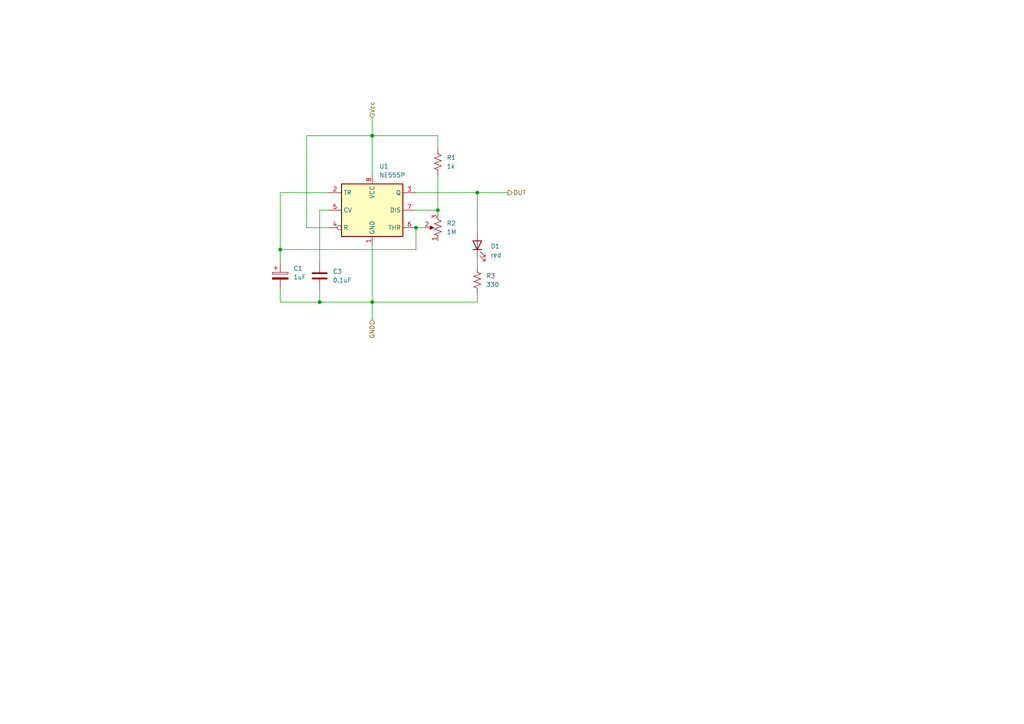
<source format=kicad_sch>
(kicad_sch (version 20230121) (generator eeschema)
  (paper "A4")
  (title_block (title "Continuous clock pulse generation") (date "2023-01-29") (rev "0"))
  (lib_symbols
    (symbol "Device:C" (pin_numbers hide) (pin_names (offset 0.254))
      (property "Reference" "C" (at 0.635 2.54 0))
      (property "Value" "C" (at 0.635 -2.54 0))
      (symbol "C_0_1"
        (polyline (pts (xy -2.032 -0.762) (xy 2.032 -0.762)) (stroke (width 0.508)))
        (polyline (pts (xy -2.032 0.762) (xy 2.032 0.762)) (stroke (width 0.508)))
      )
      (symbol "C_1_1"
        (pin passive line (at 0 3.81 270) (length 2.794) (name "~") (number "1"))
        (pin passive line (at 0 -3.81 90) (length 2.794) (name "~") (number "2"))
      )
    )
    (symbol "Device:C_Polarized" (pin_numbers hide) (pin_names (offset 0.254))
      (property "Reference" "C" (at 0.635 2.54 0))
      (property "Value" "C_Polarized" (at 0.635 -2.54 0))
      (symbol "C_Polarized_0_1"
        (rectangle (start -2.286 0.508) (end 2.286 1.016))
        (polyline (pts (xy -1.778 2.286) (xy -0.762 2.286)))
        (polyline (pts (xy -1.27 2.794) (xy -1.27 1.778)))
        (rectangle (start 2.286 -0.508) (end -2.286 -1.016) (fill (type outline)))
      )
      (symbol "C_Polarized_1_1"
        (pin passive line (at 0 3.81 270) (length 2.794) (name "~") (number "1"))
        (pin passive line (at 0 -3.81 90) (length 2.794) (name "~") (number "2"))
      )
    )
    (symbol "Device:LED" (pin_numbers hide) (pin_names (offset 1.016) hide)
      (property "Reference" "D" (at 0 2.54 0))
      (property "Value" "LED" (at 0 -2.54 0))
      (symbol "LED_0_1"
        (polyline (pts (xy -1.27 -1.27) (xy -1.27 1.27)) (stroke (width 0.254)))
        (polyline (pts (xy -1.27 0) (xy 1.27 0)))
        (polyline (pts (xy 1.27 -1.27) (xy 1.27 1.27) (xy -1.27 0) (xy 1.27 -1.27)) (stroke (width 0.254)))
        (polyline (pts (xy -3.048 -0.762) (xy -4.572 -2.286) (xy -3.81 -2.286) (xy -4.572 -2.286) (xy -4.572 -1.524)))
        (polyline (pts (xy -1.778 -0.762) (xy -3.302 -2.286) (xy -2.54 -2.286) (xy -3.302 -2.286) (xy -3.302 -1.524)))
      )
      (symbol "LED_1_1"
        (pin passive line (at -3.81 0 0) (length 2.54) (name "K") (number "1"))
        (pin passive line (at 3.81 0 180) (length 2.54) (name "A") (number "2"))
      )
    )
    (symbol "Device:R_Potentiometer_US" (pin_names (offset 1.016) hide)
      (property "Reference" "RV" (at -4.445 0 90))
      (property "Value" "R_Potentiometer_US" (at -2.54 0 90))
      (symbol "R_Potentiometer_US_0_1"
        (polyline (pts (xy 0 -2.286) (xy 0 -2.54)))
        (polyline (pts (xy 0 2.54) (xy 0 2.286)))
        (polyline (pts (xy 2.54 0) (xy 1.524 0)))
        (polyline (pts (xy 1.143 0) (xy 2.286 0.508) (xy 2.286 -0.508) (xy 1.143 0)) (fill (type outline)))
        (polyline (pts (xy 0 -0.762) (xy 1.016 -1.143) (xy 0 -1.524) (xy -1.016 -1.905) (xy 0 -2.286)))
        (polyline (pts (xy 0 0.762) (xy 1.016 0.381) (xy 0 0) (xy -1.016 -0.381) (xy 0 -0.762)))
        (polyline (pts (xy 0 2.286) (xy 1.016 1.905) (xy 0 1.524) (xy -1.016 1.143) (xy 0 0.762)))
      )
      (symbol "R_Potentiometer_US_1_1"
        (pin passive line (at 0 3.81 270) (length 1.27) (name "1") (number "1"))
        (pin passive line (at 3.81 0 180) (length 1.27) (name "2") (number "2"))
        (pin passive line (at 0 -3.81 90) (length 1.27) (name "3") (number "3"))
      )
    )
    (symbol "Device:R_US" (pin_numbers hide) (pin_names (offset 0))
      (property "Reference" "R" (at 2.54 0 90))
      (property "Value" "R_US" (at -2.54 0 90))
      (symbol "R_US_0_1"
        (polyline (pts (xy 0 -2.286) (xy 0 -2.54)))
        (polyline (pts (xy 0 2.286) (xy 0 2.54)))
        (polyline (pts (xy 0 -0.762) (xy 1.016 -1.143) (xy 0 -1.524) (xy -1.016 -1.905) (xy 0 -2.286)))
        (polyline (pts (xy 0 0.762) (xy 1.016 0.381) (xy 0 0) (xy -1.016 -0.381) (xy 0 -0.762)))
        (polyline (pts (xy 0 2.286) (xy 1.016 1.905) (xy 0 1.524) (xy -1.016 1.143) (xy 0 0.762)))
      )
      (symbol "R_US_1_1"
        (pin passive line (at 0 3.81 270) (length 1.27) (name "~") (number "1"))
        (pin passive line (at 0 -3.81 90) (length 1.27) (name "~") (number "2"))
      )
    )
    (symbol "Timer:NE555P"
      (property "Reference" "U" (at -10.16 8.89 0))
      (property "Value" "NE555P" (at 2.54 8.89 0))
      (symbol "NE555P_0_0"
        (pin power_in line (at 0 -10.16 90) (length 2.54) (name "GND") (number "1"))
        (pin power_in line (at 0 10.16 270) (length 2.54) (name "VCC") (number "8"))
      )
      (symbol "NE555P_0_1"
        (rectangle (start -8.89 -7.62) (end 8.89 7.62) (stroke (width 0.254)) (fill (type background)))
        (rectangle (start -8.89 -7.62) (end 8.89 7.62) (stroke (width 0.254)) (fill (type background)))
      )
      (symbol "NE555P_1_1"
        (pin input line (at -12.7 5.08 0) (length 3.81) (name "TR") (number "2"))
        (pin output line (at 12.7 5.08 180) (length 3.81) (name "Q") (number "3"))
        (pin input inverted (at -12.7 -5.08 0) (length 3.81) (name "R") (number "4"))
        (pin input line (at -12.7 0 0) (length 3.81) (name "CV") (number "5"))
        (pin input line (at 12.7 -5.08 180) (length 3.81) (name "THR") (number "6"))
        (pin input line (at 12.7 0 180) (length 3.81) (name "DIS") (number "7"))
      )
    )
  )
  (junction (at 120.65 66.04))
  (junction (at 127 60.96))
  (junction (at 81.28 72.39))
  (junction (at 138.43 55.88))
  (junction (at 107.95 39.37))
  (junction (at 107.95 87.63))
  (junction (at 92.71 87.63))
  (wire (pts (xy 120.65 66.04) (xy 123.19 66.04)))
  (wire (pts (xy 107.95 39.37) (xy 107.95 50.8)))
  (wire (pts (xy 120.65 72.39) (xy 81.28 72.39)))
  (wire (pts (xy 92.71 60.96) (xy 92.71 76.2)))
  (wire (pts (xy 107.95 71.12) (xy 107.95 87.63)))
  (wire (pts (xy 138.43 55.88) (xy 147.32 55.88)))
  (wire (pts (xy 81.28 55.88) (xy 81.28 72.39)))
  (wire (pts (xy 120.65 55.88) (xy 138.43 55.88)))
  (wire (pts (xy 127 60.96) (xy 127 62.23)))
  (wire (pts (xy 127 39.37) (xy 107.95 39.37)))
  (wire (pts (xy 81.28 87.63) (xy 92.71 87.63)))
  (wire (pts (xy 107.95 87.63) (xy 138.43 87.63)))
  (wire (pts (xy 92.71 87.63) (xy 107.95 87.63)))
  (wire (pts (xy 88.9 39.37) (xy 107.95 39.37)))
  (wire (pts (xy 81.28 72.39) (xy 81.28 76.2)))
  (wire (pts (xy 95.25 60.96) (xy 92.71 60.96)))
  (wire (pts (xy 138.43 55.88) (xy 138.43 67.31)))
  (wire (pts (xy 120.65 60.96) (xy 127 60.96)))
  (wire (pts (xy 127 50.8) (xy 127 60.96)))
  (wire (pts (xy 120.65 66.04) (xy 120.65 72.39)))
  (wire (pts (xy 127 39.37) (xy 127 43.18)))
  (wire (pts (xy 95.25 66.04) (xy 88.9 66.04)))
  (wire (pts (xy 81.28 83.82) (xy 81.28 87.63)))
  (wire (pts (xy 138.43 74.93) (xy 138.43 77.47)))
  (wire (pts (xy 88.9 66.04) (xy 88.9 39.37)))
  (wire (pts (xy 138.43 85.09) (xy 138.43 87.63)))
  (wire (pts (xy 95.25 55.88) (xy 81.28 55.88)))
  (wire (pts (xy 107.95 34.29) (xy 107.95 39.37)))
  (wire (pts (xy 92.71 83.82) (xy 92.71 87.63)))
  (wire (pts (xy 107.95 87.63) (xy 107.95 92.71)))
  (hierarchical_label "Vcc" (shape input) (at 107.95 34.29 90))
  (hierarchical_label "OUT" (shape output) (at 147.32 55.88 0))
  (hierarchical_label "GND" (shape input) (at 107.95 92.71 270))
  (symbol (lib_id "Timer:NE555P") (at 107.95 60.96 0) (unit 1)
    (property "Reference" "U1" (at 109.9694 48.26 0) (effects (justify left)))
    (property "Value" "NE555P" (at 109.9694 50.8 0) (effects (justify left)))
    (property "Footprint" "Package_DIP:DIP-8_W7.62mm" (effects hide))
    (property "Datasheet" "http://www.ti.com/lit/ds/symlink/ne555.pdf" (effects hide))
  )
  (symbol (lib_id "Device:R_Potentiometer_US") (at 127 66.04 180) (unit 1)
    (property "Reference" "R2" (at 129.54 64.7699 0) (effects (justify right)))
    (property "Value" "1M" (at 129.54 67.3099 0) (effects (justify right)))
  )
  (symbol (lib_id "Device:R_US") (at 138.43 81.28 0) (unit 1)
    (property "Reference" "R3" (at 140.97 80.0099 0) (effects (justify left)))
    (property "Value" "330" (at 140.97 82.5499 0) (effects (justify left)))
  )
  (symbol (lib_id "Device:C") (at 92.71 80.01 180) (unit 1)
    (property "Reference" "C3" (at 96.52 78.7399 0) (effects (justify right)))
    (property "Value" "0.1uF" (at 96.52 81.2799 0) (effects (justify right)))
  )
  (symbol (lib_id "Device:C_Polarized") (at 81.28 80.01 0) (unit 1)
    (property "Reference" "C1" (at 85.09 77.8509 0) (effects (justify left)))
    (property "Value" "1uF" (at 85.09 80.3909 0) (effects (justify left)))
  )
  (symbol (lib_id "Device:LED") (at 138.43 71.12 90) (unit 1)
    (property "Reference" "D1" (at 142.24 71.4374 90) (effects (justify right)))
    (property "Value" "red" (at 142.24 73.9774 90) (effects (justify right)))
  )
  (symbol (lib_id "Device:R_US") (at 127 46.99 0) (unit 1)
    (property "Reference" "R1" (at 129.54 45.7199 0) (effects (justify left)))
    (property "Value" "1k" (at 129.54 48.2599 0) (effects (justify left)))
  )
)
</source>
